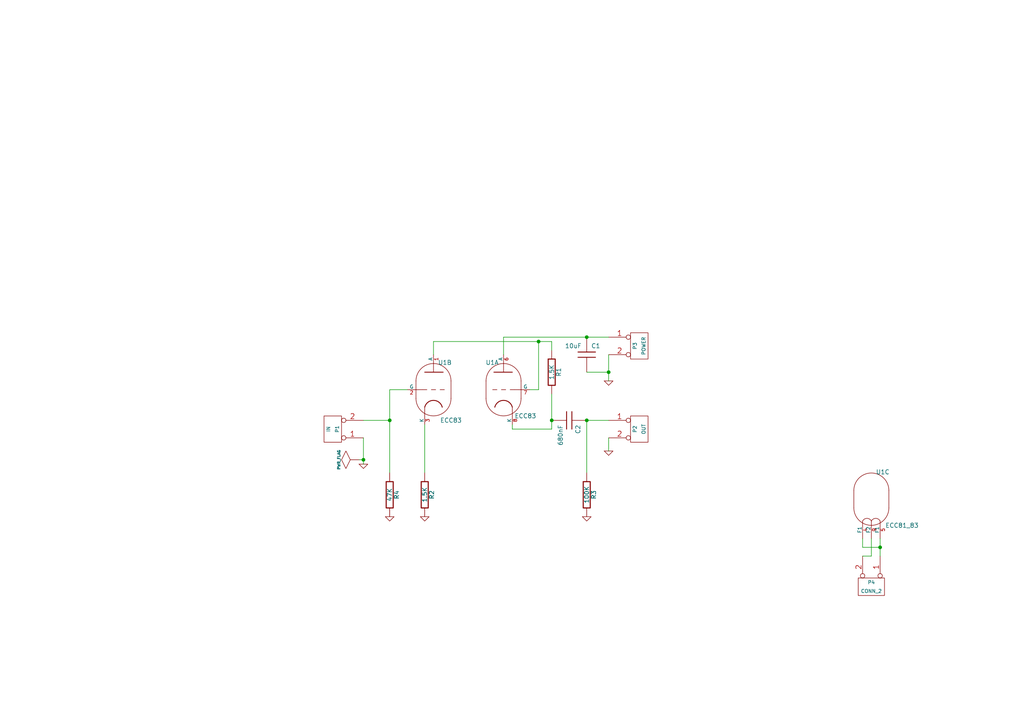
<source format=kicad_sch>
(kicad_sch (version 20230121) (generator eeschema)
  (paper "A4")
  (title_block (title "ECC Push-Pull") (date "11 dec 2006") (rev "0.1"))
  (lib_symbols
    (symbol "ecc83-pp-rescue:C" (pin_numbers hide) (pin_names (offset 0.254))
      (property "Reference" "C" (at 1.27 2.54 0))
      (property "Value" "C" (at 1.27 -2.54 0))
      (symbol "C_0_1"
        (polyline (pts (xy -2.54 -0.762) (xy 2.54 -0.762)) (stroke (width 0.254)))
        (polyline (pts (xy -2.54 0.762) (xy 2.54 0.762)) (stroke (width 0.254)))
      )
      (symbol "C_1_1"
        (pin passive line (at 0 5.08 270) (length 4.318) (name "~") (number "1"))
        (pin passive line (at 0 -5.08 90) (length 4.318) (name "~") (number "2"))
      )
    )
    (symbol "ecc83-pp-rescue:CONN_2" (pin_names (offset 1.016) hide)
      (property "Reference" "P" (at -1.27 0 90))
      (property "Value" "CONN_2" (at 1.27 0 90))
      (symbol "CONN_2_0_1"
        (rectangle (start -2.54 3.81) (end 2.54 -3.81))
      )
      (symbol "CONN_2_1_1"
        (pin passive inverted (at -8.89 2.54 0) (length 6.35) (name "P1") (number "1"))
        (pin passive inverted (at -8.89 -2.54 0) (length 6.35) (name "PM") (number "2"))
      )
    )
    (symbol "ecc83-pp-rescue:ECC83" (pin_names (offset 0))
      (property "Reference" "U" (at 3.302 7.874 0))
      (property "Value" "ECC83" (at 8.89 -7.62 0))
      (symbol "ECC83_0_1"
        (arc (start -5.08 -2.54) (mid 0 -7.5947) (end 5.08 -2.54))
        (polyline (pts (xy 5.08 2.54) (xy 5.08 -2.54)))
        (polyline (pts (xy -5.08 2.54) (xy -5.08 -2.54) (xy -5.08 -2.54)))
        (arc (start 5.08 2.54) (mid 0 7.5947) (end -5.08 2.54))
      )
      (symbol "ECC83_1_0"
        (polyline (pts (xy -2.54 -5.08) (xy -2.54 -7.62)))
        (polyline (pts (xy 0 5.08) (xy 0 7.62)))
      )
      (symbol "ECC83_1_1"
        (polyline (pts (xy -5.08 0) (xy -3.175 0)))
        (polyline (pts (xy -1.905 0) (xy -3.175 0)) (stroke (width 0.1524)))
        (polyline (pts (xy -0.635 0) (xy 0.635 0)) (stroke (width 0.1524)))
        (polyline (pts (xy 1.905 0) (xy 3.175 0)) (stroke (width 0.1524)))
        (polyline (pts (xy -2.54 5.08) (xy 2.794 5.08) (xy 2.794 5.08)) (stroke (width 0.254)))
        (arc (start 2.54 -5.08) (mid 0 -3.0968) (end -2.54 -5.08) (stroke (width 0.254)))
        (pin output line (at 0 10.16 270) (length 2.54) (name "A") (number "6"))
        (pin input line (at -7.62 0 0) (length 2.54) (name "G") (number "7"))
        (pin bidirectional line (at -2.54 -10.16 90) (length 2.54) (name "K") (number "8"))
      )
      (symbol "ECC83_2_0"
        (polyline (pts (xy -2.54 -5.08) (xy -2.54 -7.62)))
        (polyline (pts (xy 0 5.08) (xy 0 7.62)))
      )
      (symbol "ECC83_2_1"
        (polyline (pts (xy -5.08 0) (xy -3.175 0)))
        (polyline (pts (xy -1.905 0) (xy -3.175 0)) (stroke (width 0.1524)))
        (polyline (pts (xy -0.635 0) (xy 0.635 0)) (stroke (width 0.1524)))
        (polyline (pts (xy 1.905 0) (xy 3.175 0)) (stroke (width 0.1524)))
        (polyline (pts (xy -2.54 5.08) (xy 2.794 5.08) (xy 2.794 5.08)) (stroke (width 0.254)))
        (arc (start 2.54 -5.08) (mid 0 -3.0968) (end -2.54 -5.08) (stroke (width 0.254)))
        (pin output line (at 0 10.16 270) (length 2.54) (name "A") (number "1"))
        (pin input line (at -7.62 0 0) (length 2.54) (name "G") (number "2"))
        (pin bidirectional line (at -2.54 -10.16 90) (length 2.54) (name "K") (number "3"))
      )
      (symbol "ECC83_3_1"
        (arc (start 0 -6.35) (mid -1.27 -5.5651) (end -2.54 -6.35))
        (arc (start 2.54 -6.35) (mid 1.27 -5.5651) (end 0 -6.35))
        (pin power_in line (at -2.54 -11.43 90) (length 5.08) (name "F1") (number "4"))
        (pin power_in line (at 2.54 -11.43 90) (length 5.08) (name "F1") (number "5"))
        (pin power_in line (at 0 -11.43 90) (length 5.08) (name "F2") (number "9"))
      )
    )
    (symbol "ecc83-pp-rescue:GND" (power) (pin_names (offset 0))
      (symbol "GND_0_1"
        (polyline (pts (xy -1.27 0) (xy 0 -1.27) (xy 1.27 0) (xy -1.27 0)))
      )
      (symbol "GND_1_1"
        (pin power_in line (at 0 0 90) (length 0) hide (name "GND") (number "1"))
      )
    )
    (symbol "ecc83-pp-rescue:PWR_FLAG" (power) (pin_numbers hide) (pin_names (offset 0) hide)
      (property "Value" "PWR_FLAG" (at 0 5.842 0))
      (symbol "PWR_FLAG_0_0"
        (pin power_out line (at 0 0 90) (length 0) (name "pwr") (number "1"))
      )
      (symbol "PWR_FLAG_0_1"
        (polyline (pts (xy 0 0) (xy 0 2.54) (xy 0 2.54)))
        (polyline (pts (xy 0 2.54) (xy -2.54 3.81) (xy 0 5.08) (xy 2.54 3.81) (xy 0 2.54)))
      )
    )
    (symbol "ecc83-pp-rescue:R" (pin_numbers hide) (pin_names (offset 0))
      (property "Reference" "R" (at 2.032 0 90))
      (property "Value" "R" (at 0 0 90))
      (symbol "R_0_1"
        (rectangle (start -1.016 3.81) (end 1.016 -3.81) (stroke (width 0.3048)))
      )
      (symbol "R_1_1"
        (pin passive line (at 0 6.35 270) (length 2.54) (name "~") (number "1"))
        (pin passive line (at 0 -6.35 90) (length 2.54) (name "~") (number "2"))
      )
    )
  )
  (junction (at 255.27 158.75))
  (junction (at 156.21 99.06))
  (junction (at 176.53 107.95))
  (junction (at 170.18 121.92))
  (junction (at 113.03 121.92))
  (junction (at 160.02 121.92))
  (junction (at 105.41 133.35))
  (junction (at 170.18 97.79))
  (wire (pts (xy 250.19 161.29) (xy 252.73 161.29)))
  (wire (pts (xy 123.19 123.19) (xy 123.19 137.16)))
  (wire (pts (xy 113.03 137.16) (xy 113.03 121.92)))
  (wire (pts (xy 176.53 121.92) (xy 170.18 121.92)))
  (wire (pts (xy 160.02 121.92) (xy 160.02 124.46)))
  (wire (pts (xy 176.53 107.95) (xy 176.53 102.87)))
  (wire (pts (xy 176.53 110.49) (xy 176.53 107.95)))
  (wire (pts (xy 176.53 130.81) (xy 176.53 127)))
  (wire (pts (xy 255.27 158.75) (xy 255.27 161.29)))
  (wire (pts (xy 148.59 123.19) (xy 148.59 124.46)))
  (wire (pts (xy 255.27 158.75) (xy 250.19 158.75)))
  (wire (pts (xy 170.18 107.95) (xy 176.53 107.95)))
  (wire (pts (xy 156.21 99.06) (xy 125.73 99.06)))
  (wire (pts (xy 105.41 134.62) (xy 105.41 133.35)))
  (wire (pts (xy 113.03 113.03) (xy 118.11 113.03)))
  (wire (pts (xy 148.59 124.46) (xy 160.02 124.46)))
  (wire (pts (xy 105.41 121.92) (xy 113.03 121.92)))
  (wire (pts (xy 113.03 113.03) (xy 113.03 121.92)))
  (wire (pts (xy 160.02 99.06) (xy 156.21 99.06)))
  (wire (pts (xy 160.02 114.3) (xy 160.02 121.92)))
  (wire (pts (xy 170.18 121.92) (xy 170.18 137.16)))
  (wire (pts (xy 156.21 113.03) (xy 156.21 99.06)))
  (wire (pts (xy 176.53 97.79) (xy 170.18 97.79)))
  (wire (pts (xy 160.02 99.06) (xy 160.02 101.6)))
  (wire (pts (xy 153.67 113.03) (xy 156.21 113.03)))
  (wire (pts (xy 146.05 97.79) (xy 146.05 102.87)))
  (wire (pts (xy 105.41 133.35) (xy 105.41 127)))
  (wire (pts (xy 255.27 156.21) (xy 255.27 158.75)))
  (wire (pts (xy 252.73 161.29) (xy 252.73 156.21)))
  (wire (pts (xy 125.73 99.06) (xy 125.73 102.87)))
  (wire (pts (xy 170.18 97.79) (xy 146.05 97.79)))
  (wire (pts (xy 250.19 158.75) (xy 250.19 156.21)))
  (wire (pts (xy 104.14 133.35) (xy 105.41 133.35)))
  (symbol (lib_id "ecc83-pp-rescue:R") (at 160.02 107.95 0) (unit 1)
    (property "Reference" "R1" (at 162.052 107.95 90))
    (property "Value" "1.5K" (at 160.02 107.95 90))
  )
  (symbol (lib_id "ecc83-pp-rescue:R") (at 123.19 143.51 0) (unit 1)
    (property "Reference" "R2" (at 125.222 143.51 90))
    (property "Value" "1.5K" (at 123.19 143.51 90))
  )
  (symbol (lib_id "ecc83-pp-rescue:R") (at 113.03 143.51 0) (unit 1)
    (property "Reference" "R4" (at 115.062 143.51 90))
    (property "Value" "47K" (at 113.03 143.51 90))
  )
  (symbol (lib_id "ecc83-pp-rescue:R") (at 170.18 143.51 0) (unit 1)
    (property "Reference" "R3" (at 172.212 143.51 90))
    (property "Value" "100K" (at 170.18 143.51 90))
  )
  (symbol (lib_id "ecc83-pp-rescue:C") (at 165.1 121.92 270) (unit 1)
    (property "Reference" "C2" (at 167.64 123.19 0) (effects (justify left)))
    (property "Value" "680nF" (at 162.56 123.19 0) (effects (justify left)))
  )
  (symbol (lib_id "ecc83-pp-rescue:CONN_2") (at 96.52 124.46 180) (unit 1)
    (property "Reference" "P1" (at 97.79 124.46 90) (effects (font (size 1.016 1.016))))
    (property "Value" "IN" (at 95.25 124.46 90) (effects (font (size 1.016 1.016))))
  )
  (symbol (lib_id "ecc83-pp-rescue:CONN_2") (at 185.42 124.46 0) (unit 1)
    (property "Reference" "P2" (at 184.15 124.46 90) (effects (font (size 1.016 1.016))))
    (property "Value" "OUT" (at 186.69 124.46 90) (effects (font (size 1.016 1.016))))
  )
  (symbol (lib_id "ecc83-pp-rescue:CONN_2") (at 185.42 100.33 0) (unit 1)
    (property "Reference" "P3" (at 184.15 100.33 90) (effects (font (size 1.016 1.016))))
    (property "Value" "POWER" (at 186.69 100.33 90) (effects (font (size 1.016 1.016))))
  )
  (symbol (lib_id "ecc83-pp-rescue:GND") (at 176.53 110.49 0) (unit 1)
    (property "Reference" "#PWR07" (effects hide))
    (property "Value" "GND" (effects hide))
  )
  (symbol (lib_id "ecc83-pp-rescue:GND") (at 105.41 134.62 0) (unit 1)
    (property "Reference" "#PWR06" (effects hide))
    (property "Value" "GND" (effects hide))
  )
  (symbol (lib_id "ecc83-pp-rescue:C") (at 170.18 102.87 0) (unit 1)
    (property "Reference" "C1" (at 171.45 100.33 0) (effects (justify left)))
    (property "Value" "10uF" (at 163.83 100.33 0) (effects (justify left)))
  )
  (symbol (lib_id "ecc83-pp-rescue:CONN_2") (at 252.73 170.18 270) (unit 1)
    (property "Reference" "P4" (at 252.73 168.91 90) (effects (font (size 1.016 1.016))))
    (property "Value" "CONN_2" (at 252.73 171.45 90) (effects (font (size 1.016 1.016))))
  )
  (symbol (lib_id "ecc83-pp-rescue:PWR_FLAG") (at 104.14 133.35 90) (unit 1)
    (property "Reference" "#FLG05" (effects hide))
    (property "Value" "PWR_FLAG" (at 98.298 133.35 0) (effects (font (size 0.762 0.762))))
  )
  (symbol (lib_id "ecc83-pp-rescue:GND") (at 113.03 149.86 0) (unit 1)
    (property "Reference" "#PWR04" (effects hide))
    (property "Value" "GND" (effects hide))
  )
  (symbol (lib_id "ecc83-pp-rescue:GND") (at 123.19 149.86 0) (unit 1)
    (property "Reference" "#PWR03" (effects hide))
    (property "Value" "GND" (effects hide))
  )
  (symbol (lib_id "ecc83-pp-rescue:GND") (at 170.18 149.86 0) (unit 1)
    (property "Reference" "#PWR02" (effects hide))
    (property "Value" "GND" (effects hide))
  )
  (symbol (lib_id "ecc83-pp-rescue:GND") (at 176.53 130.81 0) (unit 1)
    (property "Reference" "#PWR01" (effects hide))
    (property "Value" "GND" (effects hide))
  )
  (symbol (lib_id "ecc83-pp-rescue:ECC83") (at 146.05 113.03 0) (mirror y) (unit 1)
    (property "Reference" "U1" (at 142.748 105.156 0))
    (property "Value" "ECC83" (at 152.4 120.65 0))
    (property "Footprint" "VALVE-NOVAL_P" (effects hide))
  )
  (symbol (lib_id "ecc83-pp-rescue:ECC83") (at 125.73 113.03 0) (unit 2)
    (property "Reference" "U1" (at 129.032 105.156 0))
    (property "Value" "ECC83" (at 130.81 121.92 0))
    (property "Footprint" "VALVE-NOVAL_P" (effects hide))
  )
  (symbol (lib_id "ecc83-pp-rescue:ECC83") (at 252.73 144.78 0) (unit 3)
    (property "Reference" "U1" (at 256.032 136.906 0))
    (property "Value" "ECC81_83" (at 261.62 152.4 0))
    (property "Footprint" "VALVE-NOVAL_P" (effects hide))
  )
)
</source>
